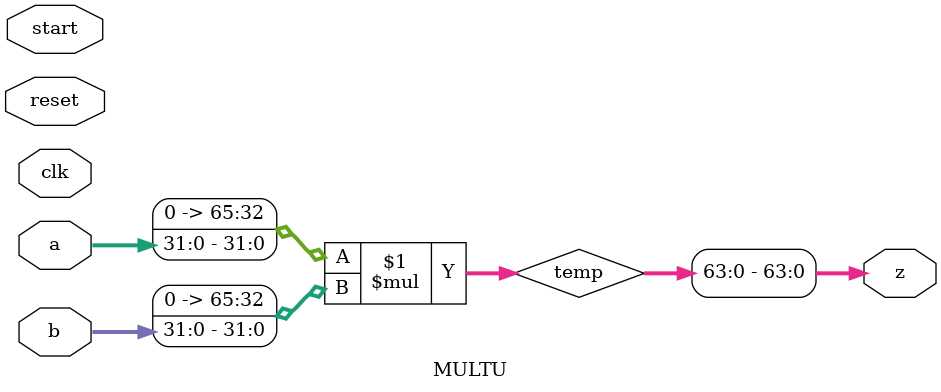
<source format=v>
`timescale 1ns / 1ps


module MULTU(
    input clk,
    input reset,
    input start,
    input [31:0] a,
    input [31:0] b,
    output [63:0] z
//    output reg busy
    );
    
    wire [65:0] temp;
    assign temp={1'b0,a}*{1'b0,b};
    assign z=temp[63:0];
//// ÉêÇë¼Ä´æÆ÷
//    reg [63:0] temp;
////32Î»    
//    reg [63:0] stored0;
//    reg [63:0] stored1;
//    reg [63:0] stored2;
//    reg [63:0] stored3;
//    reg [63:0] stored4;
//    reg [63:0] stored5;
//    reg [63:0] stored6;
//    reg [63:0] stored7;
//    reg [63:0] stored8;
//    reg [63:0] stored9;
//    reg [63:0] stored10;
//    reg [63:0] stored11;
//    reg [63:0] stored12;
//    reg [63:0] stored13;
//    reg [63:0] stored14;
//    reg [63:0] stored15;   
//    reg [63:0] stored16;
//    reg [63:0] stored17;
//    reg [63:0] stored18;
//    reg [63:0] stored19;
//    reg [63:0] stored20;
//    reg [63:0] stored21;
//    reg [63:0] stored22;
//    reg [63:0] stored23;
//    reg [63:0] stored24;
//    reg [63:0] stored25;
//    reg [63:0] stored26;
//    reg [63:0] stored27;
//    reg [63:0] stored28;
//    reg [63:0] stored29;
//    reg [63:0] stored30;
//    reg [63:0] stored31;   
////µÚÒ»¼¶Ïà¼Ó          
//    reg [63:0] add0_1;
//    reg [63:0] add2_3;
//    reg [63:0] add4_5;
//    reg [63:0] add6_7;
//    reg [63:0] add8_9;
//    reg [63:0] add10_11;
//    reg [63:0] add12_13;
//    reg [63:0] add14_15;
//    reg [63:0] add16_17;
//    reg [63:0] add18_19;
//    reg [63:0] add20_21;
//    reg [63:0] add22_23;
//    reg [63:0] add24_25;
//    reg [63:0] add26_27;
//    reg [63:0] add28_29;
//    reg [63:0] add30_31;    
////µÚ¶þ¼¶Ïà¼Ó 
//    reg [63:0] add0t1_2t3;
//    reg [63:0] add4t5_6t7;
//    reg [63:0] add8t9_10t11;
//    reg [63:0] add12t13_14t15;
//    reg [63:0] add16t17_18t19;
//    reg [63:0] add20t21_22t23;
//    reg [63:0] add24t25_26t27;
//    reg [63:0] add28t29_30t31;
////µÚÈý¼¶Ïà¼Ó
//    reg [63:0] add0123_4567;
//    reg [63:0] add891011_12131415;
//    reg [63:0] add16171819_20212223;
//    reg [63:0] add24252627_28293031;   
////µÚËÄ¼¶Ïà¼Ó
//    reg [63:0] addP1;
//    reg [63:0] addP2;
//    reg [2:0] count;

//always @(negedge clk or negedge reset)
//begin
//// reset ÖÃÁã
//if(reset) begin
//busy<=0;
//count<=0;

//temp <= 0;
//stored0 <= 0;
//stored1 <= 0;
//stored2 <= 0;
//stored3 <= 0;
//stored4 <= 0;
//stored5 <= 0;
//stored6 <= 0;
//stored7 <= 0;
//stored8 <= 0;
//stored9 <= 0;
//stored10 <= 0;
//stored11 <= 0;
//stored12 <= 0;
//stored13 <= 0;
//stored14 <= 0;
//stored15 <= 0;
//stored16 <= 0;
//stored17 <= 0;
//stored18 <= 0;
//stored19 <= 0;
//stored20 <= 0;
//stored21 <= 0;
//stored22 <= 0;
//stored23 <= 0;
//stored24 <= 0;
//stored25 <= 0;
//stored26 <= 0;
//stored27 <= 0;
//stored28 <= 0;
//stored29 <= 0;
//stored30 <= 0;
//stored31 <= 0;
////µÚÒ»¼¶Ïà¼Ó
//add0_1 <= 0;
//add2_3 <= 0;
//add4_5 <= 0;
//add6_7 <= 0;
//add8_9 <= 0;
//add10_11 <= 0;
//add12_13 <= 0;
//add14_15 <= 0;
//add16_17 <= 0;
//add18_19 <= 0;
//add20_21 <= 0;
//add22_23 <= 0;
//add24_25 <= 0;
//add26_27 <= 0;
//add28_29 <= 0;
//add30_31 <= 0;

//add0t1_2t3 <= 0;
//add4t5_6t7 <= 0;
//add8t9_10t11 <= 0;
//add12t13_14t15 <= 0;
//add16t17_18t19 <= 0;
//add20t21_22t23 <= 0;
//add24t25_26t27 <= 0;
//add28t29_30t31 <= 0;

//add0123_4567 <= 0;
//add891011_12131415 <= 0;
//add16171819_20212223 <= 0;
//add24252627_28293031 <= 0;

//addP1 <= 0;
//addP2 <= 0;
//end
//else if (start&&(!busy))begin
//busy<=1;
//end
//else if(busy)begin
//count<= count + 1'b1;
//if(count==6)busy<=0;

//stored0 <= b[0]? {32'b0, a} : 64'b0;
//stored1 <= b[1]? {31'b0, a, 1'b0} :64'b0;
//stored2 <= b[2]? {30'b0, a, 2'b0} :64'b0;
//stored3 <= b[3]? {29'b0, a, 3'b0} :64'b0;
//stored4 <= b[4]? {28'b0, a, 4'b0} :64'b0;
//stored5 <= b[5]? {27'b0, a, 5'b0} :64'b0;
//stored6 <= b[6]? {26'b0, a, 6'b0} :64'b0;
//stored7 <= b[7]? {25'b0, a, 7'b0} :64'b0;
//stored8 <= b[8]? {24'b0, a, 8'b0} :64'b0;
//stored9 <= b[9]? {23'b0, a, 9'b0} :64'b0;
//stored10 <= b[10]? {22'b0, a, 10'b0} :64'b0;
//stored11 <= b[11]? {21'b0, a, 11'b0} :64'b0;
//stored12 <= b[12]? {20'b0, a, 12'b0} :64'b0;
//stored13 <= b[13]? {19'b0, a, 13'b0} :64'b0;
//stored14 <= b[14]? {18'b0, a, 14'b0} :64'b0;
//stored15 <= b[15]? {17'b0, a, 15'b0} :64'b0;
//stored16 <= b[16]? {16'b0, a, 16'b0} :64'b0;
//stored17 <= b[17]? {15'b0, a, 17'b0} :64'b0;
//stored18 <= b[18]? {14'b0, a, 18'b0} :64'b0;
//stored19 <= b[19]? {13'b0, a, 19'b0} :64'b0;
//stored20 <= b[20]? {12'b0, a, 20'b0} :64'b0;
//stored21 <= b[21]? {11'b0, a, 21'b0} :64'b0;
//stored22 <= b[22]? {10'b0, a, 22'b0} :64'b0;
//stored23 <= b[23]? {9'b0, a, 23'b0} :64'b0;
//stored24 <= b[24]? {8'b0, a, 24'b0} :64'b0;
//stored25 <= b[25]? {7'b0, a, 25'b0} :64'b0;
//stored26 <= b[26]? {6'b0, a, 26'b0} :64'b0;
//stored27 <= b[27]? {5'b0, a, 27'b0} :64'b0;
//stored28 <= b[28]? {4'b0, a, 28'b0} :64'b0;
//stored29 <= b[29]? {3'b0, a, 29'b0} :64'b0;
//stored30 <= b[30]? {2'b0, a, 30'b0} :64'b0;
//stored31 <= b[31]? {1'b0, a, 31'b0} :64'b0;
////µÚÒ»¼¶Ïà¼Ó
//add0_1 <= stored0 + stored1;
//add2_3 <= stored2 + stored3;
//add4_5 <= stored4 + stored5;
//add6_7 <= stored6 + stored7;
//add8_9 <= stored8 + stored9;
//add10_11 <= stored10 + stored11;
//add12_13 <= stored12 + stored13;
//add14_15 <= stored14 + stored15;
//add16_17 <= stored16 + stored17;
//add18_19 <= stored18 + stored19;
//add20_21 <= stored20 + stored21;
//add22_23 <= stored22 + stored23;
//add24_25 <= stored24 + stored25;
//add26_27 <= stored26 + stored27;
//add28_29 <= stored28 + stored29;
//add30_31 <= stored30 + stored31;
////µÚ¶þ¼¶Ïà¼Ó
//add0t1_2t3 <= add0_1 + add2_3;
//add4t5_6t7 <= add4_5 + add6_7;
//add8t9_10t11 <= add8_9 + add10_11;
//add12t13_14t15 <= add12_13 + add14_15;
//add16t17_18t19 <= add16_17 + add18_19;
//add20t21_22t23 <= add20_21 + add22_23;
//add24t25_26t27 <= add24_25 + add26_27;
//add28t29_30t31 <= add28_29 + add30_31;
////µÚÈý¼¶Ïà¼Ó
//add0123_4567 <= add0t1_2t3 + add4t5_6t7;
//add891011_12131415 <= add8t9_10t11 + add12t13_14t15;
//add16171819_20212223 <= add16t17_18t19 + add20t21_22t23;
//add24252627_28293031 <= add24t25_26t27 + add28t29_30t31;
////µÚËÄ¼¶Ïà¼Ó
//addP1 <= add0123_4567 + add891011_12131415;
//addP2 <= add16171819_20212223 + add24252627_28293031;

//temp <=  addP1 + addP2;
//end
//end
//assign z = temp;
endmodule

</source>
